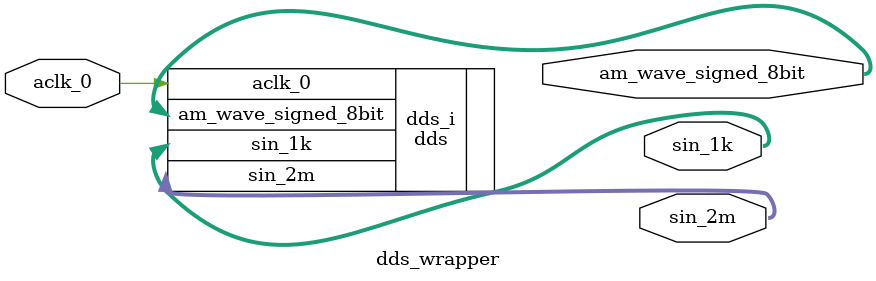
<source format=v>
`timescale 1 ps / 1 ps

module dds_wrapper
   (aclk_0,
    am_wave_signed_8bit,
    sin_1k,
    sin_2m);
  input aclk_0;
  output [7:0]am_wave_signed_8bit;
  output [15:0]sin_1k;
  output [15:0]sin_2m;

  wire aclk_0;
  wire [7:0]am_wave_signed_8bit;
  wire [15:0]sin_1k;
  wire [15:0]sin_2m;

  dds dds_i
       (.aclk_0(aclk_0),
        .am_wave_signed_8bit(am_wave_signed_8bit),
        .sin_1k(sin_1k),
        .sin_2m(sin_2m));
endmodule

</source>
